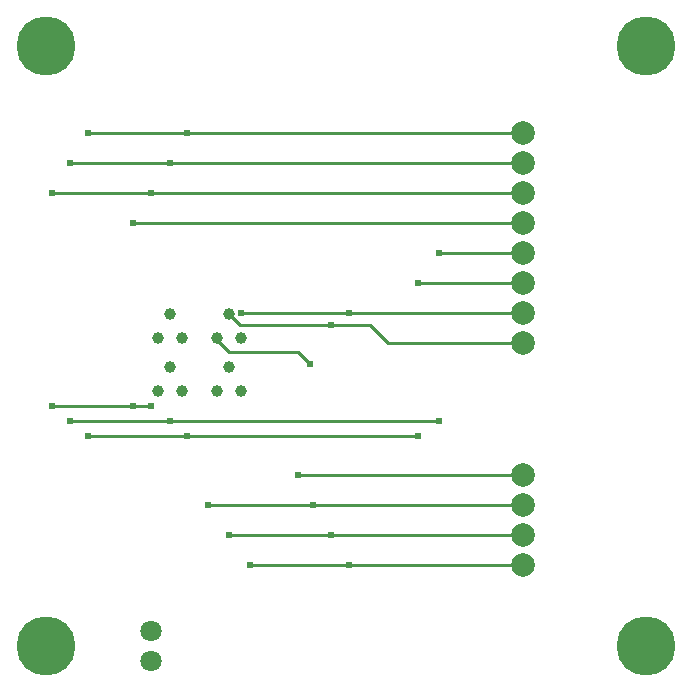
<source format=gbl>
G04 Layer: BottomLayer*
G04 EasyEDA v6.5.32, 2023-07-25 14:04:49*
G04 8272ca0991b848eeaebf2c144ff7441f,5a6b42c53f6a479593ecc07194224c93,10*
G04 Gerber Generator version 0.2*
G04 Scale: 100 percent, Rotated: No, Reflected: No *
G04 Dimensions in millimeters *
G04 leading zeros omitted , absolute positions ,4 integer and 5 decimal *
%FSLAX45Y45*%
%MOMM*%

%ADD10C,0.2540*%
%ADD11C,5.0000*%
%ADD12C,2.0000*%
%ADD13C,1.0000*%
%ADD14C,1.8000*%
%ADD15C,0.6096*%

%LPD*%
D10*
X1828800Y2990087D02*
G01*
X1828800Y2971800D01*
X1930400Y2870200D01*
X2514600Y2870200D01*
X2616200Y2768600D01*
X736600Y2159000D02*
G01*
X1574800Y2159000D01*
X584200Y2286000D02*
G01*
X1428750Y2286000D01*
X431800Y2413000D02*
G01*
X1270000Y2413000D01*
X2641600Y1574800D02*
G01*
X1752600Y1574800D01*
X2793994Y1320797D02*
G01*
X1928794Y1320797D01*
X2946400Y1066800D02*
G01*
X2108200Y1066800D01*
X2946400Y1066800D02*
G01*
X4426198Y1066800D01*
X4419592Y1320797D02*
G01*
X2794005Y1320797D01*
X4419587Y1574800D02*
G01*
X2641600Y1574800D01*
X4419587Y1828800D02*
G01*
X2514600Y1828800D01*
X4419592Y4470389D02*
G01*
X1428805Y4470389D01*
X4419587Y4216387D02*
G01*
X4419574Y4216400D01*
X1270000Y4216400D01*
X1117600Y3962400D02*
G01*
X4419600Y3962400D01*
X4419587Y4724387D02*
G01*
X4419574Y4724400D01*
X1574800Y4724400D01*
X4419587Y3200394D02*
G01*
X4419582Y3200400D01*
X2946400Y3200400D01*
X2946400Y3200400D02*
G01*
X2028799Y3200400D01*
X4419592Y2946389D02*
G01*
X3276600Y2946389D01*
X3124194Y3098794D01*
X2793994Y3098794D01*
X2794000Y3098794D02*
G01*
X2019995Y3098794D01*
X1928797Y3189993D01*
X1574800Y4724400D02*
G01*
X736600Y4724400D01*
X1428805Y4470387D02*
G01*
X584200Y4470387D01*
X1270000Y4216400D02*
G01*
X431800Y4216400D01*
X1574800Y2159000D02*
G01*
X3530600Y2159000D01*
X3530600Y3454400D02*
G01*
X4419600Y3454400D01*
X1428750Y2286000D02*
G01*
X3708400Y2286000D01*
X3708400Y3708400D02*
G01*
X4419600Y3708400D01*
D11*
G01*
X381000Y5461000D03*
G01*
X5461000Y5461000D03*
G01*
X5461000Y381000D03*
G01*
X381000Y381000D03*
D12*
G01*
X4419600Y2946400D03*
G01*
X4419600Y3200400D03*
G01*
X4419600Y3454400D03*
G01*
X4419600Y3708400D03*
G01*
X4419600Y3962400D03*
G01*
X4419600Y4216400D03*
G01*
X4419600Y4470400D03*
G01*
X4419600Y4724400D03*
G01*
X4419600Y1574800D03*
G01*
X4419600Y1320800D03*
G01*
X4419600Y1066800D03*
G01*
X4419600Y1828800D03*
D13*
G01*
X1328801Y2989986D03*
G01*
X1528800Y2989986D03*
G01*
X1428800Y3189986D03*
G01*
X1828800Y2989986D03*
G01*
X1928799Y3189986D03*
G01*
X2028799Y2989986D03*
G01*
X1328801Y2540000D03*
G01*
X1428800Y2739999D03*
G01*
X1528800Y2540000D03*
G01*
X2028799Y2540000D03*
G01*
X1928799Y2739999D03*
G01*
X1828800Y2540000D03*
D14*
G01*
X1270000Y508000D03*
G01*
X1270000Y254000D03*
D15*
G01*
X2946400Y1066800D03*
G01*
X2794000Y1320800D03*
G01*
X2641600Y1574800D03*
G01*
X1752600Y1574800D03*
G01*
X1928799Y1320800D03*
G01*
X2108200Y1066800D03*
G01*
X2514600Y1828800D03*
G01*
X2616200Y2768600D03*
G01*
X736600Y2159000D03*
G01*
X1574800Y2159000D03*
G01*
X584200Y2286000D03*
G01*
X1428750Y2286000D03*
G01*
X431800Y2413000D03*
G01*
X1270000Y2413000D03*
G01*
X2946400Y3200400D03*
G01*
X2028799Y3200400D03*
G01*
X2794000Y3098800D03*
G01*
X1117600Y3962400D03*
G01*
X1574800Y4724400D03*
G01*
X1428800Y4470400D03*
G01*
X1270000Y4216400D03*
G01*
X736600Y4724400D03*
G01*
X584200Y4470374D03*
G01*
X431800Y4216400D03*
G01*
X3530600Y2159000D03*
G01*
X3530600Y3454374D03*
G01*
X1117600Y2413000D03*
G01*
X3708400Y2286000D03*
G01*
X3708400Y3708374D03*
M02*

</source>
